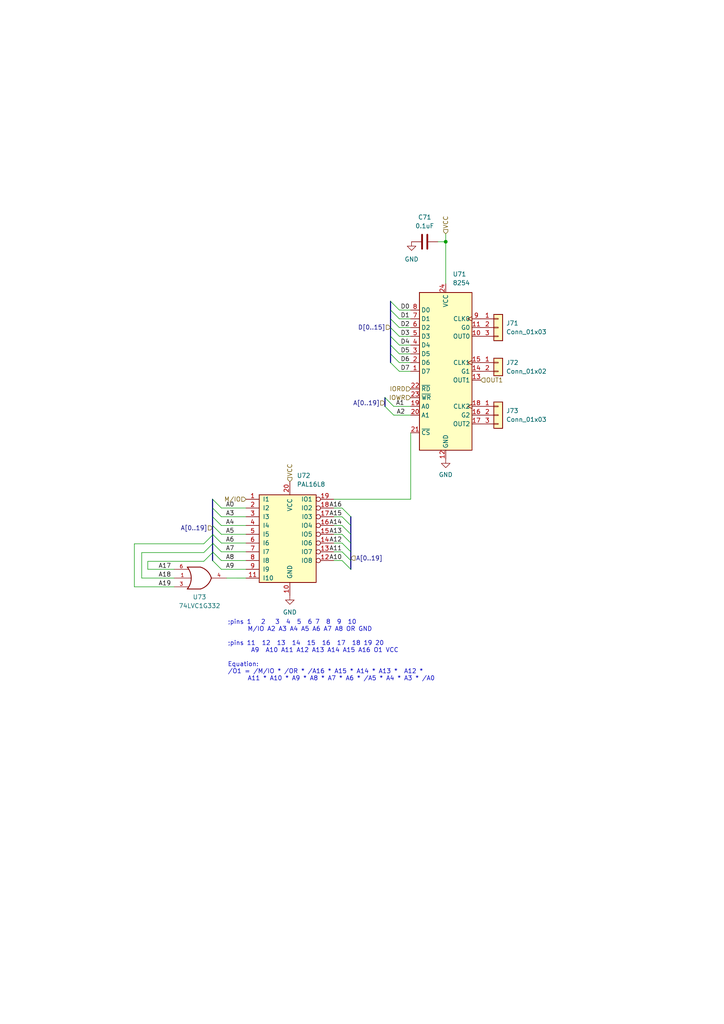
<source format=kicad_sch>
(kicad_sch (version 20211123) (generator eeschema)
  (paper "A4" portrait)
  (lib_symbols
    (symbol "74xGxx:74LVC1G332" (pin_names (offset 1.016))
      (property "Reference" "U" (at -2.54 5.08 0))
      (property "Value" "74LVC1G332" (at 0 -5.08 0))
      (symbol "74LVC1G332_0_1"
        (arc (start -3.81 -3.175) (mid -2.6605 0) (end -3.81 3.175) (stroke (width 0.254)))
        (arc (start 0 -3.175) (mid 1.9989 -1.9989) (end 3.175 0) (stroke (width 0.254)))
        (polyline (pts (xy 0 -3.175) (xy -3.81 -3.175)) (stroke (width 0.254)))
        (polyline (pts (xy 0 3.175) (xy -3.81 3.175)) (stroke (width 0.254)))
        (arc (start 3.175 0) (mid 1.9989 1.9989) (end 0 3.175) (stroke (width 0.254)))
      )
      (symbol "74LVC1G332_1_1"
        (pin input line (at -7.62 0 0) (length 4.826) (name "~") (number "1"))
        (pin power_in line (at 0 -3.175 270) (length 0) hide (name "GND") (number "2"))
        (pin input line (at -7.62 -2.54 0) (length 4.191) (name "~") (number "3"))
        (pin output line (at 7.62 0 180) (length 4.445) (name "~") (number "4"))
        (pin power_in line (at 0 3.175 90) (length 0) hide (name "VCC") (number "5"))
        (pin input line (at -7.62 2.54 0) (length 4.191) (name "~") (number "6"))
      )
    )
    (symbol "Connector_Generic:Conn_01x02" (pin_names (offset 1.016) hide)
      (property "Reference" "J" (at 0 2.54 0))
      (property "Value" "Conn_01x02" (at 0 -5.08 0))
      (symbol "Conn_01x02_1_1"
        (rectangle (start -1.27 -2.413) (end 0 -2.667) (stroke (width 0.1524)))
        (rectangle (start -1.27 0.127) (end 0 -0.127) (stroke (width 0.1524)))
        (rectangle (start -1.27 1.27) (end 1.27 -3.81) (stroke (width 0.254)) (fill (type background)))
        (pin passive line (at -5.08 0 0) (length 3.81) (name "Pin_1") (number "1"))
        (pin passive line (at -5.08 -2.54 0) (length 3.81) (name "Pin_2") (number "2"))
      )
    )
    (symbol "Connector_Generic:Conn_01x03" (pin_names (offset 1.016) hide)
      (property "Reference" "J" (at 0 5.08 0))
      (property "Value" "Conn_01x03" (at 0 -5.08 0))
      (symbol "Conn_01x03_1_1"
        (rectangle (start -1.27 -2.413) (end 0 -2.667) (stroke (width 0.1524)))
        (rectangle (start -1.27 0.127) (end 0 -0.127) (stroke (width 0.1524)))
        (rectangle (start -1.27 2.667) (end 0 2.413) (stroke (width 0.1524)))
        (rectangle (start -1.27 3.81) (end 1.27 -3.81) (stroke (width 0.254)) (fill (type background)))
        (pin passive line (at -5.08 2.54 0) (length 3.81) (name "Pin_1") (number "1"))
        (pin passive line (at -5.08 0 0) (length 3.81) (name "Pin_2") (number "2"))
        (pin passive line (at -5.08 -2.54 0) (length 3.81) (name "Pin_3") (number "3"))
      )
    )
    (symbol "Device:C" (pin_numbers hide) (pin_names (offset 0.254))
      (property "Reference" "C" (at 0.635 2.54 0))
      (property "Value" "C" (at 0.635 -2.54 0))
      (symbol "C_0_1"
        (polyline (pts (xy -2.032 -0.762) (xy 2.032 -0.762)) (stroke (width 0.508)))
        (polyline (pts (xy -2.032 0.762) (xy 2.032 0.762)) (stroke (width 0.508)))
      )
      (symbol "C_1_1"
        (pin passive line (at 0 3.81 270) (length 2.794) (name "~") (number "1"))
        (pin passive line (at 0 -3.81 90) (length 2.794) (name "~") (number "2"))
      )
    )
    (symbol "Logic_Programmable:PAL16L8" (pin_names (offset 1.016))
      (property "Reference" "U" (at -8.89 16.51 0))
      (property "Value" "PAL16L8" (at 1.27 16.51 0))
      (symbol "PAL16L8_0_0"
        (pin power_in line (at 0 -15.24 90) (length 3.81) (name "GND") (number "10"))
        (pin power_in line (at 0 17.78 270) (length 3.81) (name "VCC") (number "20"))
      )
      (symbol "PAL16L8_0_1"
        (rectangle (start -8.89 13.97) (end 7.62 -11.43) (stroke (width 0.254)) (fill (type background)))
      )
      (symbol "PAL16L8_1_1"
        (pin input line (at -12.7 12.7 0) (length 3.81) (name "I1") (number "1"))
        (pin input line (at -12.7 -10.16 0) (length 3.81) (name "I10") (number "11"))
        (pin tri_state inverted (at 12.7 -5.08 180) (length 5.08) (name "IO8") (number "12"))
        (pin tri_state inverted (at 12.7 -2.54 180) (length 5.08) (name "IO7") (number "13"))
        (pin tri_state inverted (at 12.7 0 180) (length 5.08) (name "IO6") (number "14"))
        (pin tri_state inverted (at 12.7 2.54 180) (length 5.08) (name "IO5") (number "15"))
        (pin tri_state inverted (at 12.7 5.08 180) (length 5.08) (name "IO4") (number "16"))
        (pin tri_state inverted (at 12.7 7.62 180) (length 5.08) (name "I03") (number "17"))
        (pin tri_state inverted (at 12.7 10.16 180) (length 5.08) (name "IO2") (number "18"))
        (pin tri_state inverted (at 12.7 12.7 180) (length 5.08) (name "IO1") (number "19"))
        (pin input line (at -12.7 10.16 0) (length 3.81) (name "I2") (number "2"))
        (pin input line (at -12.7 7.62 0) (length 3.81) (name "I3") (number "3"))
        (pin input line (at -12.7 5.08 0) (length 3.81) (name "I4") (number "4"))
        (pin input line (at -12.7 2.54 0) (length 3.81) (name "I5") (number "5"))
        (pin input line (at -12.7 0 0) (length 3.81) (name "I6") (number "6"))
        (pin input line (at -12.7 -2.54 0) (length 3.81) (name "I7") (number "7"))
        (pin input line (at -12.7 -5.08 0) (length 3.81) (name "I8") (number "8"))
        (pin input line (at -12.7 -7.62 0) (length 3.81) (name "I9") (number "9"))
      )
    )
    (symbol "Timer:8254"
      (property "Reference" "U" (at -5.08 24.13 0))
      (property "Value" "8254" (at 2.54 24.13 0))
      (symbol "8254_0_1"
        (rectangle (start -7.62 -22.86) (end 7.62 22.86) (stroke (width 0.254)) (fill (type background)))
      )
      (symbol "8254_1_1"
        (pin bidirectional line (at -10.16 0 0) (length 2.54) (name "D7") (number "1"))
        (pin output line (at 10.16 10.16 180) (length 2.54) (name "OUT0") (number "10"))
        (pin input line (at 10.16 12.7 180) (length 2.54) (name "G0") (number "11"))
        (pin power_in line (at 0 -25.4 90) (length 2.54) (name "GND") (number "12"))
        (pin output line (at 10.16 -2.54 180) (length 2.54) (name "OUT1") (number "13"))
        (pin input line (at 10.16 0 180) (length 2.54) (name "G1") (number "14"))
        (pin input clock (at 10.16 2.54 180) (length 2.54) (name "CLK1") (number "15"))
        (pin input line (at 10.16 -12.7 180) (length 2.54) (name "G2") (number "16"))
        (pin output line (at 10.16 -15.24 180) (length 2.54) (name "OUT2") (number "17"))
        (pin input clock (at 10.16 -10.16 180) (length 2.54) (name "CLK2") (number "18"))
        (pin input line (at -10.16 -10.16 0) (length 2.54) (name "A0") (number "19"))
        (pin bidirectional line (at -10.16 2.54 0) (length 2.54) (name "D6") (number "2"))
        (pin input line (at -10.16 -12.7 0) (length 2.54) (name "A1") (number "20"))
        (pin input line (at -10.16 -17.78 0) (length 2.54) (name "~{CS}") (number "21"))
        (pin input line (at -10.16 -5.08 0) (length 2.54) (name "~{RD}") (number "22"))
        (pin input line (at -10.16 -7.62 0) (length 2.54) (name "~{WR}") (number "23"))
        (pin power_in line (at 0 25.4 270) (length 2.54) (name "VCC") (number "24"))
        (pin bidirectional line (at -10.16 5.08 0) (length 2.54) (name "D5") (number "3"))
        (pin bidirectional line (at -10.16 7.62 0) (length 2.54) (name "D4") (number "4"))
        (pin bidirectional line (at -10.16 10.16 0) (length 2.54) (name "D3") (number "5"))
        (pin bidirectional line (at -10.16 12.7 0) (length 2.54) (name "D2") (number "6"))
        (pin bidirectional line (at -10.16 15.24 0) (length 2.54) (name "D1") (number "7"))
        (pin bidirectional line (at -10.16 17.78 0) (length 2.54) (name "D0") (number "8"))
        (pin input clock (at 10.16 15.24 180) (length 2.54) (name "CLK0") (number "9"))
      )
    )
    (symbol "power:GND" (power) (pin_names (offset 0))
      (property "Value" "GND" (at 0 -3.81 0))
      (symbol "GND_0_1"
        (polyline (pts (xy 0 0) (xy 0 -1.27) (xy 1.27 -1.27) (xy 0 -2.54) (xy -1.27 -1.27) (xy 0 -1.27)))
      )
      (symbol "GND_1_1"
        (pin power_in line (at 0 0 270) (length 0) hide (name "GND") (number "1"))
      )
    )
  )
  (junction (at 129.286 70.104))
  (bus_entry (at 113.284 94.996) (size 2.54 2.54))
  (bus_entry (at 113.284 105.156) (size 2.54 2.54))
  (bus_entry (at 113.284 100.076) (size 2.54 2.54))
  (bus_entry (at 113.284 89.916) (size 2.54 2.54))
  (bus_entry (at 111.6683 117.856) (size 2.54 2.54))
  (bus_entry (at 61.6575 157.706) (size -2.54 2.54))
  (bus_entry (at 113.284 92.456) (size 2.54 2.54))
  (bus_entry (at 101.7538 162.56) (size -2.54 -2.54))
  (bus_entry (at 113.284 97.536) (size 2.54 2.54))
  (bus_entry (at 101.7538 165.1) (size -2.54 -2.54))
  (bus_entry (at 61.6575 157.48) (size 2.54 2.54))
  (bus_entry (at 101.7538 157.48) (size -2.54 -2.54))
  (bus_entry (at 101.7538 152.4) (size -2.54 -2.54))
  (bus_entry (at 61.6575 152.4) (size 2.54 2.54))
  (bus_entry (at 61.6575 144.78) (size 2.54 2.54))
  (bus_entry (at 61.6575 160.02) (size 2.54 2.54))
  (bus_entry (at 101.7538 149.86) (size -2.54 -2.54))
  (bus_entry (at 113.284 87.376) (size 2.54 2.54))
  (bus_entry (at 111.6683 115.316) (size 2.54 2.54))
  (bus_entry (at 101.7538 160.02) (size -2.54 -2.54))
  (bus_entry (at 61.6575 160.246) (size -2.54 2.54))
  (bus_entry (at 61.6575 155.166) (size -2.54 2.54))
  (bus_entry (at 61.6575 147.32) (size 2.54 2.54))
  (bus_entry (at 61.6575 162.56) (size 2.54 2.54))
  (bus_entry (at 113.284 102.616) (size 2.54 2.54))
  (bus_entry (at 101.7538 154.94) (size -2.54 -2.54))
  (bus_entry (at 61.6575 154.94) (size 2.54 2.54))
  (bus_entry (at 61.6575 149.86) (size 2.54 2.54))
  (wire (pts (xy 127 70.104) (xy 129.286 70.104)))
  (wire (pts (xy 115.824 94.996) (xy 119.126 94.996)))
  (bus (pts (xy 101.7538 149.86) (xy 101.7507 149.86)))
  (wire (pts (xy 115.824 89.916) (xy 119.126 89.916)))
  (wire (pts (xy 38.9721 157.706) (xy 38.9721 170.1781)))
  (bus (pts (xy 61.6575 160.246) (xy 61.6575 162.56)))
  (bus (pts (xy 101.7538 152.4) (xy 101.7538 154.94)))
  (wire (pts (xy 115.824 102.616) (xy 119.126 102.616)))
  (wire (pts (xy 114.2083 117.856) (xy 119.126 117.856)))
  (wire (pts (xy 99.2138 154.94) (xy 96.774 154.94)))
  (wire (pts (xy 64.1975 154.94) (xy 71.374 154.94)))
  (wire (pts (xy 41.1047 160.246) (xy 41.1047 167.6381)))
  (wire (pts (xy 64.1975 149.86) (xy 71.374 149.86)))
  (bus (pts (xy 111.6683 115.316) (xy 111.6683 117.856)))
  (wire (pts (xy 59.1175 162.786) (xy 42.8696 162.786)))
  (bus (pts (xy 113.284 97.536) (xy 113.284 100.076)))
  (wire (pts (xy 129.286 70.104) (xy 129.286 82.296)))
  (wire (pts (xy 64.1975 165.1) (xy 71.374 165.1)))
  (wire (pts (xy 64.1975 147.32) (xy 71.374 147.32)))
  (wire (pts (xy 64.1975 157.48) (xy 71.374 157.48)))
  (wire (pts (xy 119.126 144.78) (xy 119.126 125.476)))
  (bus (pts (xy 101.7538 154.94) (xy 101.7538 157.48)))
  (bus (pts (xy 61.6575 144.78) (xy 61.6575 147.32)))
  (bus (pts (xy 113.284 102.616) (xy 113.284 105.156)))
  (bus (pts (xy 101.7538 149.86) (xy 101.7538 152.4)))
  (bus (pts (xy 61.6575 147.32) (xy 61.6575 149.86)))
  (bus (pts (xy 61.6575 149.86) (xy 61.6575 152.4)))
  (wire (pts (xy 115.824 107.696) (xy 119.126 107.696)))
  (wire (pts (xy 115.824 105.156) (xy 119.126 105.156)))
  (wire (pts (xy 114.2083 120.396) (xy 119.126 120.396)))
  (bus (pts (xy 61.6575 157.48) (xy 61.6575 157.706)))
  (bus (pts (xy 113.284 100.076) (xy 113.284 102.616)))
  (wire (pts (xy 99.2138 157.48) (xy 96.774 157.48)))
  (wire (pts (xy 38.9721 170.1781) (xy 50.5062 170.1781)))
  (bus (pts (xy 101.7538 160.02) (xy 101.7538 157.48)))
  (wire (pts (xy 41.1047 167.6381) (xy 50.5062 167.6381)))
  (bus (pts (xy 61.6575 160.02) (xy 61.6575 160.246)))
  (wire (pts (xy 59.1175 160.246) (xy 41.1047 160.246)))
  (wire (pts (xy 99.2138 152.4) (xy 96.774 152.4)))
  (bus (pts (xy 101.7538 162.56) (xy 101.7538 160.02)))
  (bus (pts (xy 113.284 94.996) (xy 113.284 97.536)))
  (wire (pts (xy 64.1975 160.02) (xy 71.374 160.02)))
  (wire (pts (xy 64.1975 162.56) (xy 71.374 162.56)))
  (wire (pts (xy 115.824 100.076) (xy 119.126 100.076)))
  (bus (pts (xy 113.284 89.916) (xy 113.284 92.456)))
  (wire (pts (xy 99.2138 149.86) (xy 96.774 149.86)))
  (bus (pts (xy 113.284 92.456) (xy 113.284 94.996)))
  (wire (pts (xy 59.1175 157.706) (xy 38.9721 157.706)))
  (wire (pts (xy 64.1975 152.4) (xy 71.374 152.4)))
  (bus (pts (xy 61.6575 152.4) (xy 61.6575 154.94)))
  (bus (pts (xy 101.7538 165.1) (xy 101.7538 162.56)))
  (wire (pts (xy 129.286 70.104) (xy 129.286 67.818)))
  (wire (pts (xy 65.7462 167.6381) (xy 71.374 167.64)))
  (bus (pts (xy 113.284 87.376) (xy 113.284 89.916)))
  (wire (pts (xy 99.2138 147.32) (xy 96.774 147.32)))
  (wire (pts (xy 42.8696 165.0981) (xy 50.5062 165.0981)))
  (bus (pts (xy 61.6575 155.166) (xy 61.6575 157.48)))
  (bus (pts (xy 61.6575 154.94) (xy 61.6575 155.166)))
  (wire (pts (xy 42.8696 162.786) (xy 42.8696 165.0981)))
  (wire (pts (xy 96.774 144.78) (xy 119.126 144.78)))
  (bus (pts (xy 61.6575 157.706) (xy 61.6575 160.02)))
  (wire (pts (xy 115.824 92.456) (xy 119.126 92.456)))
  (wire (pts (xy 115.824 97.536) (xy 119.126 97.536)))
  (wire (pts (xy 99.2138 160.02) (xy 96.774 160.02)))
  (wire (pts (xy 99.2138 162.56) (xy 96.774 162.56)))
  (text ";pins 1   2   3  4  5  6 7  8  9  10\n	 M/IO A2 A3 A4 A5 A6 A7 A8 OR GND\n\n;pins 11  12  13  14  15  16  17  18 19 20\n	  A9  A10 A11 A12 A13 A14 A15 A16 O1 VCC \n\nEquation:\n/O1 = /M/IO * /OR * /A16 * A15 * A14 * A13 *  A12 *\n	 A11 * A10 * A9 * A8 * A7 * A6 * /A5 * A4 * A3 * /A0\n" (at 66.04 197.612 0) (effects (font (size 1.27 1.27)) (justify left bottom)))
  (label "A4" (at 65.4719 152.4 0))
  (label "A0" (at 65.4719 147.32 0))
  (label "D4" (at 116.1794 100.076 0))
  (label "D1" (at 116.1794 92.456 0))
  (label "A13" (at 99.2138 154.94 180))
  (label "A6" (at 65.4719 157.48 0))
  (label "A8" (at 65.4719 162.56 0))
  (label "A15" (at 99.2138 149.86 180))
  (label "A18" (at 45.9405 167.6381 0))
  (label "A2" (at 115.0036 120.396 0))
  (label "A1" (at 114.8075 117.856 0))
  (label "A19" (at 45.9405 170.1781 0))
  (label "A14" (at 99.2138 152.4 180))
  (label "A11" (at 99.2138 160.02 180))
  (label "A10" (at 99.2138 162.56 180))
  (label "A5" (at 65.4719 154.94 0))
  (label "D5" (at 116.1794 102.616 0))
  (label "A3" (at 65.4719 149.86 0))
  (label "A12" (at 99.2138 157.48 180))
  (label "A9" (at 65.4719 165.1 0))
  (label "A17" (at 45.9405 165.0981 0))
  (label "A7" (at 65.4719 160.02 0))
  (label "A16" (at 99.2138 147.32 180))
  (label "D3" (at 116.1794 97.536 0))
  (label "D6" (at 116.1794 105.156 0))
  (label "D7" (at 116.1794 107.696 0))
  (label "D0" (at 116.1794 89.916 0))
  (label "D2" (at 116.1794 94.996 0))
  (hierarchical_label "OUT1" (shape input) (at 139.446 110.236 0))
  (hierarchical_label "VCC" (shape input) (at 84.074 139.7 90))
  (hierarchical_label "M{slash}IO" (shape input) (at 71.374 144.78 180))
  (hierarchical_label "D[0..15]" (shape input) (at 113.284 94.9161 180))
  (hierarchical_label "IORD" (shape input) (at 119.126 112.776 180))
  (hierarchical_label "IOWR" (shape input) (at 119.126 115.316 180))
  (hierarchical_label "A[0..19]" (shape input) (at 101.7538 161.8581 0))
  (hierarchical_label "A[0..19]" (shape input) (at 61.6575 153.1019 180))
  (hierarchical_label "A[0..19]" (shape input) (at 111.6683 116.8587 180))
  (hierarchical_label "VCC" (shape input) (at 129.286 67.818 90))
  (symbol (lib_id "Connector_Generic:Conn_01x03") (at 144.526 120.396 0) (unit 1)
    (property "Reference" "J73" (at 146.812 119.1259 0) (effects (justify left)))
    (property "Value" "Conn_01x03" (at 146.812 121.6659 0) (effects (justify left)))
    (property "Footprint" "Connector_PinHeader_1.00mm:PinHeader_1x03_P1.00mm_Vertical" (effects hide))
  )
  (symbol (lib_id "Logic_Programmable:PAL16L8") (at 84.074 157.48 0) (unit 1)
    (property "Reference" "U72" (at 86.0934 137.922 0) (effects (justify left)))
    (property "Value" "PAL16L8" (at 86.0934 140.462 0) (effects (justify left)))
    (property "Footprint" "Package_DIP:DIP-20_W7.62mm" (effects hide))
  )
  (symbol (lib_id "Timer:8254") (at 129.286 107.696 0) (unit 1)
    (property "Reference" "U71" (at 131.3054 79.502 0) (effects (justify left)))
    (property "Value" "8254" (at 131.3054 82.042 0) (effects (justify left)))
    (property "Footprint" "Package_DIP:DIP-24_W15.24mm" (effects hide))
    (property "Datasheet" "http://www.scs.stanford.edu/10wi-cs140/pintos/specs/8254.pdf" (effects hide))
  )
  (symbol (lib_id "Device:C") (at 123.19 70.104 90) (unit 1)
    (property "Reference" "C71" (at 123.19 62.992 90))
    (property "Value" "0.1uF" (at 123.19 65.532 90))
    (property "Footprint" "Capacitor_THT:C_Axial_L3.8mm_D2.6mm_P7.50mm_Horizontal" (effects hide))
  )
  (symbol (lib_id "Connector_Generic:Conn_01x03") (at 144.526 94.996 0) (unit 1)
    (property "Reference" "J71" (at 146.812 93.7259 0) (effects (justify left)))
    (property "Value" "Conn_01x03" (at 146.812 96.2659 0) (effects (justify left)))
    (property "Footprint" "Connector_PinHeader_1.00mm:PinHeader_1x03_P1.00mm_Vertical" (effects hide))
  )
  (symbol (lib_id "power:GND") (at 84.074 172.72 0) (unit 1)
    (property "Reference" "#PWR0142" (effects hide))
    (property "Value" "GND" (at 84.074 177.546 0))
  )
  (symbol (lib_id "power:GND") (at 119.38 70.104 0) (unit 1)
    (property "Reference" "#PWR0140" (effects hide))
    (property "Value" "GND" (at 119.38 75.184 0))
  )
  (symbol (lib_id "power:GND") (at 129.286 133.096 0) (unit 1)
    (property "Reference" "#PWR0141" (effects hide))
    (property "Value" "GND" (at 129.286 137.668 0))
  )
  (symbol (lib_id "Connector_Generic:Conn_01x02") (at 144.526 105.156 0) (unit 1)
    (property "Reference" "J72" (at 146.812 105.1559 0) (effects (justify left)))
    (property "Value" "Conn_01x02" (at 146.812 107.6959 0) (effects (justify left)))
    (property "Footprint" "Connector_PinHeader_1.00mm:PinHeader_1x02_P1.00mm_Vertical" (effects hide))
  )
  (symbol (lib_id "74xGxx:74LVC1G332") (at 58.1262 167.6381 0) (unit 1)
    (property "Reference" "U73" (at 57.8799 173.1531 0))
    (property "Value" "74LVC1G332" (at 57.8799 175.6931 0))
    (property "Datasheet" "http://www.ti.com/lit/sg/scyt129e/scyt129e.pdf" (effects hide))
  )
)
</source>
